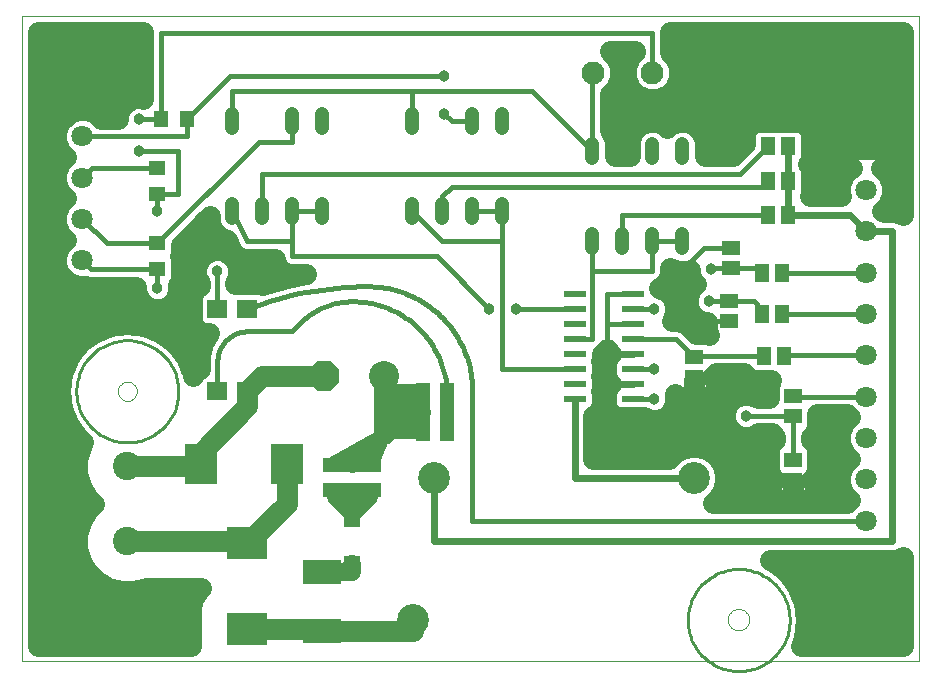
<source format=gtl>
G75*
%MOIN*%
%OFA0B0*%
%FSLAX24Y24*%
%IPPOS*%
%LPD*%
%AMOC8*
5,1,8,0,0,1.08239X$1,22.5*
%
%ADD10C,0.0000*%
%ADD11C,0.0100*%
%ADD12C,0.1063*%
%ADD13R,0.0780X0.0220*%
%ADD14C,0.0472*%
%ADD15R,0.0591X0.0512*%
%ADD16R,0.0512X0.0591*%
%ADD17C,0.0768*%
%ADD18C,0.0709*%
%ADD19R,0.0551X0.0472*%
%ADD20R,0.0472X0.0551*%
%ADD21R,0.1102X0.1378*%
%ADD22R,0.1378X0.1102*%
%ADD23C,0.0945*%
%ADD24R,0.1252X0.0787*%
%ADD25R,0.0551X0.0551*%
%ADD26C,0.1000*%
%ADD27OC8,0.1000*%
%ADD28R,0.1969X0.0512*%
%ADD29R,0.0512X0.1969*%
%ADD30R,0.0701X0.0610*%
%ADD31C,0.1650*%
%ADD32C,0.0700*%
%ADD33C,0.0240*%
%ADD34C,0.0160*%
%ADD35C,0.0380*%
%ADD36C,0.0600*%
%ADD37C,0.0500*%
D10*
X001118Y001180D02*
X001118Y022676D01*
X030988Y022676D01*
X030988Y001180D01*
X001118Y001180D01*
X004303Y010180D02*
X004305Y010215D01*
X004311Y010250D01*
X004321Y010284D01*
X004334Y010317D01*
X004351Y010348D01*
X004372Y010376D01*
X004395Y010403D01*
X004422Y010426D01*
X004450Y010447D01*
X004481Y010464D01*
X004514Y010477D01*
X004548Y010487D01*
X004583Y010493D01*
X004618Y010495D01*
X004653Y010493D01*
X004688Y010487D01*
X004722Y010477D01*
X004755Y010464D01*
X004786Y010447D01*
X004814Y010426D01*
X004841Y010403D01*
X004864Y010376D01*
X004885Y010348D01*
X004902Y010317D01*
X004915Y010284D01*
X004925Y010250D01*
X004931Y010215D01*
X004933Y010180D01*
X004931Y010145D01*
X004925Y010110D01*
X004915Y010076D01*
X004902Y010043D01*
X004885Y010012D01*
X004864Y009984D01*
X004841Y009957D01*
X004814Y009934D01*
X004786Y009913D01*
X004755Y009896D01*
X004722Y009883D01*
X004688Y009873D01*
X004653Y009867D01*
X004618Y009865D01*
X004583Y009867D01*
X004548Y009873D01*
X004514Y009883D01*
X004481Y009896D01*
X004450Y009913D01*
X004422Y009934D01*
X004395Y009957D01*
X004372Y009984D01*
X004351Y010012D01*
X004334Y010043D01*
X004321Y010076D01*
X004311Y010110D01*
X004305Y010145D01*
X004303Y010180D01*
X024634Y002568D02*
X024636Y002605D01*
X024642Y002642D01*
X024651Y002677D01*
X024665Y002712D01*
X024681Y002745D01*
X024702Y002776D01*
X024725Y002805D01*
X024751Y002831D01*
X024780Y002854D01*
X024811Y002875D01*
X024844Y002891D01*
X024879Y002905D01*
X024914Y002914D01*
X024951Y002920D01*
X024988Y002922D01*
X025025Y002920D01*
X025062Y002914D01*
X025097Y002905D01*
X025132Y002891D01*
X025165Y002875D01*
X025196Y002854D01*
X025225Y002831D01*
X025251Y002805D01*
X025274Y002776D01*
X025295Y002745D01*
X025311Y002712D01*
X025325Y002677D01*
X025334Y002642D01*
X025340Y002605D01*
X025342Y002568D01*
X025340Y002531D01*
X025334Y002494D01*
X025325Y002459D01*
X025311Y002424D01*
X025295Y002391D01*
X025274Y002360D01*
X025251Y002331D01*
X025225Y002305D01*
X025196Y002282D01*
X025165Y002261D01*
X025132Y002245D01*
X025097Y002231D01*
X025062Y002222D01*
X025025Y002216D01*
X024988Y002214D01*
X024951Y002216D01*
X024914Y002222D01*
X024879Y002231D01*
X024844Y002245D01*
X024811Y002261D01*
X024780Y002282D01*
X024751Y002305D01*
X024725Y002331D01*
X024702Y002360D01*
X024681Y002391D01*
X024665Y002424D01*
X024651Y002459D01*
X024642Y002494D01*
X024636Y002531D01*
X024634Y002568D01*
D11*
X023293Y002555D02*
X023295Y002637D01*
X023301Y002719D01*
X023311Y002801D01*
X023325Y002882D01*
X023342Y002962D01*
X023364Y003041D01*
X023389Y003119D01*
X023419Y003196D01*
X023451Y003271D01*
X023488Y003345D01*
X023528Y003417D01*
X023571Y003487D01*
X023618Y003554D01*
X023668Y003620D01*
X023721Y003682D01*
X023776Y003742D01*
X023835Y003800D01*
X023897Y003854D01*
X023961Y003906D01*
X024027Y003954D01*
X024096Y003999D01*
X024167Y004041D01*
X024240Y004079D01*
X024314Y004114D01*
X024390Y004145D01*
X024468Y004172D01*
X024546Y004195D01*
X024626Y004215D01*
X024707Y004231D01*
X024788Y004243D01*
X024870Y004251D01*
X024952Y004255D01*
X025034Y004255D01*
X025116Y004251D01*
X025198Y004243D01*
X025279Y004231D01*
X025360Y004215D01*
X025440Y004195D01*
X025518Y004172D01*
X025596Y004145D01*
X025672Y004114D01*
X025746Y004079D01*
X025819Y004041D01*
X025890Y003999D01*
X025959Y003954D01*
X026025Y003906D01*
X026089Y003854D01*
X026151Y003800D01*
X026210Y003742D01*
X026265Y003682D01*
X026318Y003620D01*
X026368Y003554D01*
X026415Y003487D01*
X026458Y003417D01*
X026498Y003345D01*
X026535Y003271D01*
X026567Y003196D01*
X026597Y003119D01*
X026622Y003041D01*
X026644Y002962D01*
X026661Y002882D01*
X026675Y002801D01*
X026685Y002719D01*
X026691Y002637D01*
X026693Y002555D01*
X026691Y002473D01*
X026685Y002391D01*
X026675Y002309D01*
X026661Y002228D01*
X026644Y002148D01*
X026622Y002069D01*
X026597Y001991D01*
X026567Y001914D01*
X026535Y001839D01*
X026498Y001765D01*
X026458Y001693D01*
X026415Y001623D01*
X026368Y001556D01*
X026318Y001490D01*
X026265Y001428D01*
X026210Y001368D01*
X026151Y001310D01*
X026089Y001256D01*
X026025Y001204D01*
X025959Y001156D01*
X025890Y001111D01*
X025819Y001069D01*
X025746Y001031D01*
X025672Y000996D01*
X025596Y000965D01*
X025518Y000938D01*
X025440Y000915D01*
X025360Y000895D01*
X025279Y000879D01*
X025198Y000867D01*
X025116Y000859D01*
X025034Y000855D01*
X024952Y000855D01*
X024870Y000859D01*
X024788Y000867D01*
X024707Y000879D01*
X024626Y000895D01*
X024546Y000915D01*
X024468Y000938D01*
X024390Y000965D01*
X024314Y000996D01*
X024240Y001031D01*
X024167Y001069D01*
X024096Y001111D01*
X024027Y001156D01*
X023961Y001204D01*
X023897Y001256D01*
X023835Y001310D01*
X023776Y001368D01*
X023721Y001428D01*
X023668Y001490D01*
X023618Y001556D01*
X023571Y001623D01*
X023528Y001693D01*
X023488Y001765D01*
X023451Y001839D01*
X023419Y001914D01*
X023389Y001991D01*
X023364Y002069D01*
X023342Y002148D01*
X023325Y002228D01*
X023311Y002309D01*
X023301Y002391D01*
X023295Y002473D01*
X023293Y002555D01*
X002918Y010180D02*
X002920Y010262D01*
X002926Y010344D01*
X002936Y010426D01*
X002950Y010507D01*
X002967Y010587D01*
X002989Y010666D01*
X003014Y010744D01*
X003044Y010821D01*
X003076Y010896D01*
X003113Y010970D01*
X003153Y011042D01*
X003196Y011112D01*
X003243Y011179D01*
X003293Y011245D01*
X003346Y011307D01*
X003401Y011367D01*
X003460Y011425D01*
X003522Y011479D01*
X003586Y011531D01*
X003652Y011579D01*
X003721Y011624D01*
X003792Y011666D01*
X003865Y011704D01*
X003939Y011739D01*
X004015Y011770D01*
X004093Y011797D01*
X004171Y011820D01*
X004251Y011840D01*
X004332Y011856D01*
X004413Y011868D01*
X004495Y011876D01*
X004577Y011880D01*
X004659Y011880D01*
X004741Y011876D01*
X004823Y011868D01*
X004904Y011856D01*
X004985Y011840D01*
X005065Y011820D01*
X005143Y011797D01*
X005221Y011770D01*
X005297Y011739D01*
X005371Y011704D01*
X005444Y011666D01*
X005515Y011624D01*
X005584Y011579D01*
X005650Y011531D01*
X005714Y011479D01*
X005776Y011425D01*
X005835Y011367D01*
X005890Y011307D01*
X005943Y011245D01*
X005993Y011179D01*
X006040Y011112D01*
X006083Y011042D01*
X006123Y010970D01*
X006160Y010896D01*
X006192Y010821D01*
X006222Y010744D01*
X006247Y010666D01*
X006269Y010587D01*
X006286Y010507D01*
X006300Y010426D01*
X006310Y010344D01*
X006316Y010262D01*
X006318Y010180D01*
X006316Y010098D01*
X006310Y010016D01*
X006300Y009934D01*
X006286Y009853D01*
X006269Y009773D01*
X006247Y009694D01*
X006222Y009616D01*
X006192Y009539D01*
X006160Y009464D01*
X006123Y009390D01*
X006083Y009318D01*
X006040Y009248D01*
X005993Y009181D01*
X005943Y009115D01*
X005890Y009053D01*
X005835Y008993D01*
X005776Y008935D01*
X005714Y008881D01*
X005650Y008829D01*
X005584Y008781D01*
X005515Y008736D01*
X005444Y008694D01*
X005371Y008656D01*
X005297Y008621D01*
X005221Y008590D01*
X005143Y008563D01*
X005065Y008540D01*
X004985Y008520D01*
X004904Y008504D01*
X004823Y008492D01*
X004741Y008484D01*
X004659Y008480D01*
X004577Y008480D01*
X004495Y008484D01*
X004413Y008492D01*
X004332Y008504D01*
X004251Y008520D01*
X004171Y008540D01*
X004093Y008563D01*
X004015Y008590D01*
X003939Y008621D01*
X003865Y008656D01*
X003792Y008694D01*
X003721Y008736D01*
X003652Y008781D01*
X003586Y008829D01*
X003522Y008881D01*
X003460Y008935D01*
X003401Y008993D01*
X003346Y009053D01*
X003293Y009115D01*
X003243Y009181D01*
X003196Y009248D01*
X003153Y009318D01*
X003113Y009390D01*
X003076Y009464D01*
X003044Y009539D01*
X003014Y009616D01*
X002989Y009694D01*
X002967Y009773D01*
X002950Y009853D01*
X002936Y009934D01*
X002926Y010016D01*
X002920Y010098D01*
X002918Y010180D01*
D12*
X014122Y002568D03*
X014831Y007292D03*
X023492Y007292D03*
D13*
X021463Y009930D03*
X021463Y010430D03*
X021463Y010930D03*
X021463Y011430D03*
X021463Y011930D03*
X021463Y012430D03*
X021463Y012930D03*
X021463Y013430D03*
X019523Y013430D03*
X019523Y012930D03*
X019523Y012430D03*
X019523Y011930D03*
X019523Y011430D03*
X019523Y010930D03*
X019523Y010430D03*
X019523Y009930D03*
D14*
X020118Y014944D02*
X020118Y015416D01*
X021118Y015416D02*
X021118Y014944D01*
X022118Y014944D02*
X022118Y015416D01*
X023118Y015416D02*
X023118Y014944D01*
X023118Y017944D02*
X023118Y018416D01*
X022118Y018416D02*
X022118Y017944D01*
X020118Y017944D02*
X020118Y018416D01*
X017118Y018944D02*
X017118Y019416D01*
X016118Y019416D02*
X016118Y018944D01*
X014118Y018944D02*
X014118Y019416D01*
X011118Y019416D02*
X011118Y018944D01*
X010118Y018944D02*
X010118Y019416D01*
X008118Y019416D02*
X008118Y018944D01*
X008118Y016416D02*
X008118Y015944D01*
X009118Y015944D02*
X009118Y016416D01*
X010118Y016416D02*
X010118Y015944D01*
X011118Y015944D02*
X011118Y016416D01*
X014118Y016416D02*
X014118Y015944D01*
X015118Y015944D02*
X015118Y016416D01*
X016118Y016416D02*
X016118Y015944D01*
X017118Y015944D02*
X017118Y016416D01*
D15*
X023493Y011327D03*
X023493Y010658D03*
X024680Y012533D03*
X024680Y013202D03*
X024743Y014283D03*
X024743Y014952D03*
X026805Y010015D03*
X026805Y009345D03*
X026805Y007890D03*
X026805Y007220D03*
D16*
X026515Y011368D03*
X025845Y011368D03*
X025783Y012743D03*
X026452Y012743D03*
X026452Y014118D03*
X025783Y014118D03*
X025970Y016055D03*
X026640Y016055D03*
X026640Y017180D03*
X025970Y017180D03*
X025970Y018368D03*
X026640Y018368D03*
D17*
X022118Y020805D03*
X020149Y020805D03*
D18*
X029243Y018269D03*
X029243Y016891D03*
X029243Y015513D03*
X029243Y014135D03*
X029243Y012757D03*
X029243Y011379D03*
X029243Y010001D03*
X029243Y008623D03*
X029243Y007245D03*
X029243Y005868D03*
X003118Y014546D03*
X003118Y015924D03*
X003118Y017302D03*
X003118Y018680D03*
D19*
X005618Y017613D03*
X005618Y016747D03*
X005618Y015113D03*
X005618Y014247D03*
D20*
X005747Y019243D03*
X006613Y019243D03*
D21*
X007055Y007743D03*
X009930Y007743D03*
D22*
X008618Y005117D03*
X008618Y002243D03*
D23*
X004618Y005180D03*
X004618Y007680D03*
D24*
X011118Y004164D03*
X011118Y002196D03*
D25*
X012118Y004432D03*
X012118Y005928D03*
D26*
X013180Y010680D03*
D27*
X011180Y010680D03*
D28*
X012118Y007709D03*
X012118Y006901D03*
D29*
X014464Y009493D03*
X015271Y009493D03*
D30*
X008618Y010177D03*
X007618Y010177D03*
X007618Y012933D03*
X008618Y012933D03*
D31*
X003118Y021430D03*
X003118Y002430D03*
X029118Y003680D03*
X029118Y020180D03*
D32*
X030478Y020040D02*
X022605Y020040D01*
X022624Y020047D02*
X022875Y020299D01*
X023011Y020627D01*
X023011Y020983D01*
X022875Y021311D01*
X022707Y021479D01*
X022707Y022166D01*
X030478Y022166D01*
X030478Y016044D01*
X030474Y016047D01*
X030243Y016143D01*
X029835Y016143D01*
X029776Y016202D01*
X029975Y016402D01*
X030107Y016719D01*
X030107Y017063D01*
X029975Y017381D01*
X029732Y017624D01*
X029726Y017626D01*
X029774Y017663D01*
X029849Y017738D01*
X029913Y017821D01*
X029965Y017913D01*
X030006Y018010D01*
X030033Y018112D01*
X030047Y018216D01*
X030047Y018269D01*
X029243Y018269D01*
X029243Y018269D01*
X030047Y018269D01*
X030047Y018322D01*
X030033Y018426D01*
X030006Y018528D01*
X029965Y018626D01*
X029913Y018717D01*
X029849Y018801D01*
X029774Y018875D01*
X029690Y018939D01*
X029599Y018992D01*
X029502Y019032D01*
X029400Y019060D01*
X029295Y019073D01*
X029243Y019073D01*
X029243Y018269D01*
X029242Y018269D01*
X028438Y018269D01*
X028438Y018216D01*
X028452Y018112D01*
X028479Y018010D01*
X028520Y017913D01*
X028572Y017821D01*
X028636Y017738D01*
X028711Y017663D01*
X028759Y017626D01*
X028753Y017624D01*
X028510Y017381D01*
X028378Y017063D01*
X028378Y016719D01*
X028392Y016685D01*
X027365Y016685D01*
X027406Y016783D01*
X027406Y017577D01*
X027328Y017764D01*
X027318Y017774D01*
X027328Y017783D01*
X027406Y017971D01*
X027406Y018764D01*
X027328Y018952D01*
X027184Y019095D01*
X026997Y019173D01*
X025613Y019173D01*
X025426Y019095D01*
X025282Y018952D01*
X025204Y018764D01*
X025204Y018436D01*
X024788Y018020D01*
X023864Y018020D01*
X023864Y018565D01*
X023750Y018839D01*
X023540Y019049D01*
X023266Y019162D01*
X022969Y019162D01*
X022695Y019049D01*
X022618Y018972D01*
X022540Y019049D01*
X022266Y019162D01*
X021969Y019162D01*
X021695Y019049D01*
X021485Y018839D01*
X021371Y018565D01*
X021371Y018020D01*
X020864Y018020D01*
X020864Y018565D01*
X020750Y018839D01*
X020707Y018882D01*
X020707Y020099D01*
X020907Y020299D01*
X021043Y020627D01*
X021043Y020983D01*
X020907Y021311D01*
X020691Y021528D01*
X021528Y021528D01*
X021528Y021479D01*
X021360Y021311D01*
X021224Y020983D01*
X021224Y020627D01*
X021360Y020299D01*
X021611Y020047D01*
X021940Y019911D01*
X022295Y019911D01*
X022624Y020047D01*
X023011Y020738D02*
X030478Y020738D01*
X030478Y021437D02*
X022750Y021437D01*
X022707Y022135D02*
X030478Y022135D01*
X030478Y019341D02*
X020707Y019341D01*
X020707Y020040D02*
X021630Y020040D01*
X021224Y020738D02*
X021043Y020738D01*
X020782Y021437D02*
X021485Y021437D01*
X021404Y018643D02*
X020831Y018643D01*
X023831Y018643D02*
X025204Y018643D01*
X027406Y018643D02*
X028529Y018643D01*
X028520Y018626D02*
X028479Y018528D01*
X028452Y018426D01*
X028438Y018322D01*
X028438Y018269D01*
X029242Y018269D01*
X029242Y018269D01*
X029242Y019073D01*
X029190Y019073D01*
X029085Y019060D01*
X028983Y019032D01*
X028886Y018992D01*
X028795Y018939D01*
X028711Y018875D01*
X028636Y018801D01*
X028572Y018717D01*
X028520Y018626D01*
X029242Y018643D02*
X029243Y018643D01*
X029956Y018643D02*
X030478Y018643D01*
X030478Y017944D02*
X029978Y017944D01*
X030031Y017246D02*
X030478Y017246D01*
X030478Y016547D02*
X030036Y016547D01*
X028454Y017246D02*
X027406Y017246D01*
X027394Y017944D02*
X028507Y017944D01*
X023355Y014234D02*
X023355Y014103D01*
X023462Y013846D01*
X023565Y013743D01*
X023399Y013577D01*
X023293Y013319D01*
X023293Y013041D01*
X023399Y012783D01*
X023596Y012587D01*
X023853Y012480D01*
X023935Y012480D01*
X023935Y012242D01*
X023946Y012172D01*
X023968Y012104D01*
X023996Y012049D01*
X023889Y012093D01*
X023561Y012093D01*
X023390Y012264D01*
X023224Y012430D01*
X023007Y012520D01*
X022760Y012520D01*
X022773Y012533D01*
X022880Y012791D01*
X022880Y013069D01*
X022773Y013327D01*
X022577Y013523D01*
X022325Y013627D01*
X022452Y013680D01*
X022618Y013846D01*
X022707Y014063D01*
X022707Y014306D01*
X022969Y014198D01*
X023266Y014198D01*
X023355Y014234D01*
X023555Y013753D02*
X022525Y013753D01*
X022880Y013055D02*
X023293Y013055D01*
X023298Y012356D02*
X023935Y012356D01*
X024238Y010778D02*
X025163Y010778D01*
X025301Y010640D01*
X025488Y010562D01*
X026080Y010562D01*
X026077Y010559D01*
X026000Y010372D01*
X026000Y009957D01*
X025642Y009957D01*
X025639Y009961D01*
X025382Y010067D01*
X025103Y010067D01*
X024846Y009961D01*
X024649Y009764D01*
X024543Y009507D01*
X024543Y009228D01*
X024649Y008971D01*
X024846Y008774D01*
X025103Y008668D01*
X025382Y008668D01*
X025639Y008774D01*
X025642Y008778D01*
X026100Y008778D01*
X026215Y008663D01*
X026215Y008572D01*
X026077Y008434D01*
X026000Y008247D01*
X026000Y007532D01*
X026060Y007387D01*
X026060Y007220D01*
X026060Y006929D01*
X026071Y006859D01*
X026093Y006792D01*
X026125Y006729D01*
X026166Y006671D01*
X026217Y006621D01*
X026274Y006580D01*
X026337Y006547D01*
X026404Y006526D01*
X026474Y006514D01*
X026805Y006514D01*
X027136Y006514D01*
X027206Y006526D01*
X027273Y006547D01*
X027336Y006580D01*
X027393Y006621D01*
X027444Y006671D01*
X027485Y006729D01*
X027517Y006792D01*
X027539Y006859D01*
X027550Y006929D01*
X027550Y007220D01*
X027408Y007220D01*
X027408Y007220D01*
X027550Y007220D01*
X027550Y007387D01*
X027610Y007532D01*
X027610Y008247D01*
X027533Y008434D01*
X027395Y008572D01*
X027395Y008663D01*
X027533Y008801D01*
X027610Y008988D01*
X027610Y009411D01*
X028610Y009411D01*
X028709Y009312D01*
X028510Y009113D01*
X028378Y008795D01*
X028378Y008451D01*
X028510Y008134D01*
X028709Y007934D01*
X028510Y007735D01*
X028378Y007417D01*
X028378Y007074D01*
X028510Y006756D01*
X028709Y006556D01*
X028610Y006457D01*
X024129Y006457D01*
X024132Y006459D01*
X024325Y006653D01*
X024463Y006890D01*
X024534Y007155D01*
X024534Y007429D01*
X024463Y007694D01*
X024325Y007932D01*
X024132Y008126D01*
X023894Y008263D01*
X023629Y008334D01*
X023355Y008334D01*
X023090Y008263D01*
X022853Y008126D01*
X022659Y007932D01*
X022653Y007922D01*
X020152Y007922D01*
X020152Y009367D01*
X020201Y009388D01*
X020345Y009531D01*
X020422Y009719D01*
X020422Y010141D01*
X020407Y010180D01*
X020422Y010219D01*
X020422Y010641D01*
X020407Y010680D01*
X020422Y010719D01*
X020422Y011141D01*
X020407Y011180D01*
X020422Y011219D01*
X020422Y011418D01*
X020452Y011430D01*
X020615Y011593D01*
X020623Y011574D01*
X020622Y011430D01*
X020741Y011430D01*
X020623Y011430D01*
X020623Y011286D01*
X020563Y011141D01*
X020563Y010719D01*
X020623Y010574D01*
X020622Y010430D01*
X020741Y010430D01*
X020623Y010430D01*
X020623Y010286D01*
X020563Y010141D01*
X020563Y009719D01*
X020640Y009531D01*
X020784Y009388D01*
X020971Y009310D01*
X021848Y009310D01*
X022041Y009230D01*
X022319Y009230D01*
X022577Y009337D01*
X022773Y009533D01*
X022880Y009791D01*
X022880Y010069D01*
X022870Y010092D01*
X022904Y010059D01*
X022961Y010017D01*
X023024Y009985D01*
X023092Y009963D01*
X023162Y009952D01*
X023492Y009952D01*
X023492Y010561D01*
X023493Y010561D01*
X023493Y009952D01*
X023823Y009952D01*
X023893Y009963D01*
X023961Y009985D01*
X024024Y010017D01*
X024081Y010059D01*
X024131Y010109D01*
X024173Y010166D01*
X024205Y010229D01*
X024227Y010297D01*
X024238Y010367D01*
X024238Y010658D01*
X024238Y010778D01*
X024238Y010658D02*
X024096Y010658D01*
X024096Y010658D01*
X024238Y010658D01*
X024215Y010261D02*
X026000Y010261D01*
X024565Y009562D02*
X022785Y009562D01*
X023492Y010261D02*
X023493Y010261D01*
X024757Y008864D02*
X020152Y008864D01*
X020152Y008165D02*
X022921Y008165D01*
X024063Y008165D02*
X026000Y008165D01*
X026027Y007467D02*
X024524Y007467D01*
X024392Y006768D02*
X026105Y006768D01*
X026060Y007220D02*
X026202Y007220D01*
X026202Y007220D01*
X026060Y007220D01*
X026805Y007124D02*
X026805Y007124D01*
X026805Y006514D01*
X026805Y007124D01*
X026805Y006768D02*
X026805Y006768D01*
X027505Y006768D02*
X028505Y006768D01*
X028399Y007467D02*
X027583Y007467D01*
X027610Y008165D02*
X028497Y008165D01*
X028406Y008864D02*
X027559Y008864D01*
X026031Y004550D02*
X030243Y004550D01*
X030474Y004646D01*
X030478Y004649D01*
X030478Y001690D01*
X027059Y001690D01*
X027175Y001970D01*
X027252Y002555D01*
X027175Y003140D01*
X026950Y003685D01*
X026591Y004153D01*
X026591Y004153D01*
X026591Y004153D01*
X026123Y004512D01*
X026122Y004512D01*
X026031Y004550D01*
X026728Y003974D02*
X030478Y003974D01*
X030478Y003276D02*
X027119Y003276D01*
X027175Y003140D02*
X027175Y003140D01*
X026950Y003685D02*
X026950Y003685D01*
X027250Y002577D02*
X030478Y002577D01*
X030478Y001879D02*
X027138Y001879D01*
X027175Y001970D02*
X027175Y001970D01*
X020627Y009562D02*
X020358Y009562D01*
X020422Y010261D02*
X020612Y010261D01*
X020741Y010430D02*
X020741Y010430D01*
X020741Y010430D01*
X020563Y010959D02*
X020422Y010959D01*
X020741Y011430D02*
X020741Y011430D01*
X020741Y011430D01*
X013180Y010680D02*
X013180Y009680D01*
X013180Y008771D01*
X011180Y010680D02*
X009120Y010680D01*
X008618Y010177D01*
X008618Y009680D01*
X007055Y008118D01*
X007055Y007743D01*
X006993Y007680D01*
X004618Y007680D01*
X003502Y006430D02*
X003279Y006653D01*
X003059Y007034D01*
X002945Y007460D01*
X002945Y007900D01*
X003059Y008326D01*
X003149Y008482D01*
X003019Y008582D01*
X003019Y008582D01*
X002660Y009050D01*
X002660Y009050D01*
X002435Y009595D01*
X002358Y010180D01*
X002435Y010765D01*
X002435Y010765D01*
X002660Y011310D01*
X002660Y011310D01*
X003019Y011778D01*
X003019Y011778D01*
X003488Y012137D01*
X003488Y012137D01*
X004033Y012363D01*
X004033Y012363D01*
X004617Y012440D01*
X004618Y012440D01*
X005202Y012363D01*
X005202Y012363D01*
X005747Y012137D01*
X005748Y012137D01*
X006216Y011778D01*
X006216Y011778D01*
X006216Y011778D01*
X006575Y011310D01*
X006575Y011310D01*
X006800Y010765D01*
X006800Y010765D01*
X006808Y010707D01*
X006835Y010771D01*
X006978Y010915D01*
X007028Y010935D01*
X007028Y011389D01*
X007136Y011794D01*
X007136Y011794D01*
X007323Y012118D01*
X007166Y012118D01*
X006978Y012195D01*
X006835Y012339D01*
X006757Y012526D01*
X006757Y013340D01*
X006835Y013527D01*
X006978Y013670D01*
X007028Y013691D01*
X007028Y013780D01*
X007024Y013783D01*
X006918Y014041D01*
X006918Y014319D01*
X007024Y014577D01*
X007221Y014773D01*
X007478Y014880D01*
X007757Y014880D01*
X008014Y014773D01*
X008211Y014577D01*
X008317Y014319D01*
X008317Y014041D01*
X008211Y013783D01*
X008207Y013780D01*
X008207Y013748D01*
X009069Y013748D01*
X009104Y013734D01*
X009945Y013973D01*
X009945Y013973D01*
X010573Y014090D01*
X010000Y014090D01*
X009783Y014180D01*
X009617Y014346D01*
X009528Y014563D01*
X009528Y014590D01*
X008638Y014590D01*
X008542Y014583D01*
X008522Y014590D01*
X008500Y014590D01*
X008411Y014627D01*
X008320Y014657D01*
X008303Y014672D01*
X008283Y014680D01*
X008215Y014748D01*
X008142Y014811D01*
X008133Y014831D01*
X008117Y014846D01*
X008080Y014935D01*
X007944Y015208D01*
X007695Y015311D01*
X007485Y015521D01*
X007371Y015795D01*
X007371Y016032D01*
X006403Y015064D01*
X006403Y014775D01*
X006364Y014680D01*
X006403Y014585D01*
X006403Y013909D01*
X006325Y013722D01*
X006317Y013714D01*
X006317Y013478D01*
X006211Y013221D01*
X006014Y013024D01*
X005757Y012918D01*
X005478Y012918D01*
X005221Y013024D01*
X005024Y013221D01*
X004918Y013478D01*
X004918Y013657D01*
X003299Y013657D01*
X003239Y013682D01*
X002946Y013682D01*
X002628Y013813D01*
X002385Y014057D01*
X002253Y014374D01*
X002253Y014718D01*
X002385Y015036D01*
X002584Y015235D01*
X002385Y015434D01*
X002253Y015752D01*
X002253Y016096D01*
X002385Y016414D01*
X002584Y016613D01*
X002385Y016812D01*
X002253Y017130D01*
X002253Y017474D01*
X002385Y017792D01*
X002584Y017991D01*
X002385Y018190D01*
X002253Y018508D01*
X002253Y018852D01*
X002385Y019170D01*
X002628Y019413D01*
X002946Y019544D01*
X003289Y019544D01*
X003607Y019413D01*
X003750Y019270D01*
X004293Y019270D01*
X004293Y019382D01*
X004399Y019639D01*
X004596Y019836D01*
X004853Y019942D01*
X005132Y019942D01*
X005153Y019934D01*
X005153Y022166D01*
X001627Y022166D01*
X001627Y001690D01*
X006729Y001690D01*
X006729Y002952D01*
X006810Y003257D01*
X006968Y003531D01*
X007067Y003630D01*
X005278Y003630D01*
X005263Y003622D01*
X004838Y003508D01*
X004397Y003508D01*
X003972Y003622D01*
X003591Y003842D01*
X003279Y004153D01*
X003059Y004534D01*
X002945Y004960D01*
X002945Y005400D01*
X003059Y005826D01*
X003279Y006207D01*
X003502Y006430D01*
X003213Y006768D02*
X001627Y006768D01*
X001627Y006070D02*
X003200Y006070D01*
X002945Y005371D02*
X001627Y005371D01*
X001627Y004673D02*
X003022Y004673D01*
X003458Y003974D02*
X001627Y003974D01*
X001627Y003276D02*
X006821Y003276D01*
X006729Y002577D02*
X001627Y002577D01*
X001627Y001879D02*
X006729Y001879D01*
X008618Y002243D02*
X011118Y002243D01*
X011118Y002196D01*
X014122Y002196D01*
X014122Y002568D01*
X012118Y006180D02*
X012618Y006680D01*
X012118Y006680D01*
X012118Y006180D01*
X011618Y006680D01*
X012118Y006680D01*
X009930Y006429D02*
X008618Y005117D01*
X008618Y005180D01*
X004618Y005180D01*
X002945Y007467D02*
X001627Y007467D01*
X001627Y008165D02*
X003016Y008165D01*
X002803Y008864D02*
X001627Y008864D01*
X001627Y009562D02*
X002448Y009562D01*
X002368Y010261D02*
X001627Y010261D01*
X001627Y010959D02*
X002515Y010959D01*
X002927Y011658D02*
X001627Y011658D01*
X001627Y012356D02*
X004016Y012356D01*
X005219Y012356D02*
X006828Y012356D01*
X006757Y013055D02*
X006044Y013055D01*
X005191Y013055D02*
X001627Y013055D01*
X001627Y013753D02*
X002774Y013753D01*
X002253Y014452D02*
X001627Y014452D01*
X001627Y015150D02*
X002499Y015150D01*
X002253Y015849D02*
X001627Y015849D01*
X001627Y016547D02*
X002518Y016547D01*
X002253Y017246D02*
X001627Y017246D01*
X001627Y017944D02*
X002537Y017944D01*
X002253Y018643D02*
X001627Y018643D01*
X001627Y019341D02*
X002556Y019341D01*
X001627Y020040D02*
X005153Y020040D01*
X005153Y020738D02*
X001627Y020738D01*
X001627Y021437D02*
X005153Y021437D01*
X005153Y022135D02*
X001627Y022135D01*
X003679Y019341D02*
X004293Y019341D01*
X007187Y015849D02*
X007371Y015849D01*
X007973Y015150D02*
X006489Y015150D01*
X006403Y014452D02*
X006972Y014452D01*
X007028Y013753D02*
X006338Y013753D01*
X008207Y013753D02*
X009172Y013753D01*
X009574Y014452D02*
X008263Y014452D01*
X007099Y011658D02*
X006308Y011658D01*
X006720Y010959D02*
X007028Y010959D01*
X009930Y007743D02*
X009930Y006429D01*
D33*
X014831Y007292D02*
X014831Y005180D01*
X030118Y005180D01*
X030118Y015513D01*
X029243Y015513D01*
X028701Y016055D01*
X026640Y016055D01*
X026640Y017180D01*
X026640Y018368D01*
X021463Y011430D02*
X020618Y011430D01*
X020618Y010430D01*
X021463Y010430D01*
X019523Y009930D02*
X019523Y007292D01*
X023492Y007292D01*
D34*
X023368Y008783D02*
X026805Y007220D01*
X026805Y007890D02*
X026805Y009345D01*
X026783Y009368D01*
X025243Y009368D01*
X026805Y010015D02*
X026818Y010001D01*
X029243Y010001D01*
X029243Y011379D02*
X026526Y011379D01*
X026515Y011368D01*
X025845Y011368D02*
X023533Y011368D01*
X023493Y011327D01*
X022890Y011930D01*
X021463Y011930D01*
X021463Y012430D02*
X020618Y012430D01*
X020618Y013430D01*
X021463Y013430D01*
X021463Y012930D02*
X022180Y012930D01*
X020618Y012430D02*
X020618Y011430D01*
X020118Y011930D02*
X019523Y011930D01*
X020118Y011930D02*
X020118Y014180D01*
X022118Y014180D01*
X022118Y015180D01*
X023118Y015180D01*
X023827Y014952D02*
X022993Y014118D01*
X024055Y014243D02*
X024055Y014283D01*
X024743Y014283D01*
X025618Y014283D01*
X025783Y014118D01*
X026452Y014118D02*
X026470Y014135D01*
X029243Y014135D01*
X029243Y012757D02*
X026467Y012757D01*
X026452Y012743D01*
X025783Y012743D02*
X025618Y013077D01*
X025493Y013202D01*
X024680Y013202D01*
X023993Y013202D01*
X023993Y013180D01*
X023658Y012533D02*
X023618Y012493D01*
X023658Y012533D02*
X024680Y012533D01*
X022180Y010930D02*
X021463Y010930D01*
X021463Y009930D02*
X022180Y009930D01*
X019523Y010930D02*
X017118Y010930D01*
X017118Y015180D01*
X015118Y015180D01*
X014118Y016180D01*
X015118Y016180D02*
X015118Y016680D01*
X015430Y016993D01*
X025970Y016993D01*
X025970Y017180D01*
X025033Y017430D02*
X009118Y017430D01*
X009118Y016180D01*
X010118Y016180D02*
X011118Y016180D01*
X010118Y016180D02*
X010118Y015180D01*
X008618Y015180D01*
X008118Y016180D01*
X006305Y016747D02*
X006305Y018180D01*
X004993Y018180D01*
X005618Y017613D02*
X003429Y017613D01*
X003118Y017302D01*
X003118Y015924D02*
X003929Y015113D01*
X005618Y015113D01*
X008997Y018493D01*
X010118Y018493D01*
X010118Y019180D01*
X008118Y019180D02*
X008118Y020180D01*
X014118Y020180D01*
X014118Y019180D01*
X014118Y020180D02*
X018118Y020180D01*
X020118Y018180D01*
X020118Y020774D01*
X020149Y020805D01*
X022118Y020805D02*
X022118Y022118D01*
X005743Y022118D01*
X005743Y019243D01*
X005747Y019243D01*
X004993Y019243D01*
X006613Y019243D02*
X006613Y018680D01*
X003118Y018680D01*
X005618Y016747D02*
X006305Y016747D01*
X005618Y016747D02*
X005618Y016180D01*
X005618Y014247D02*
X003417Y014247D01*
X003118Y014546D01*
X005618Y014247D02*
X005618Y013618D01*
X007618Y014180D02*
X007618Y012933D01*
X008618Y012180D02*
X010118Y012180D01*
X008618Y012180D02*
X008558Y012178D01*
X008497Y012173D01*
X008438Y012164D01*
X008379Y012151D01*
X008320Y012135D01*
X008263Y012115D01*
X008208Y012092D01*
X008153Y012065D01*
X008101Y012036D01*
X008050Y012003D01*
X008001Y011967D01*
X007955Y011929D01*
X007911Y011887D01*
X007869Y011843D01*
X007831Y011797D01*
X007795Y011748D01*
X007762Y011697D01*
X007733Y011645D01*
X007706Y011590D01*
X007683Y011535D01*
X007663Y011478D01*
X007647Y011419D01*
X007634Y011360D01*
X007625Y011301D01*
X007620Y011240D01*
X007618Y011180D01*
X007618Y010177D01*
X012118Y013180D02*
X012228Y013178D01*
X012338Y013172D01*
X012448Y013163D01*
X012557Y013149D01*
X012666Y013132D01*
X012774Y013111D01*
X012881Y013086D01*
X012987Y013058D01*
X013093Y013026D01*
X013197Y012990D01*
X013300Y012950D01*
X013401Y012907D01*
X013501Y012861D01*
X013599Y012811D01*
X013695Y012757D01*
X013789Y012701D01*
X013882Y012641D01*
X013972Y012578D01*
X014060Y012511D01*
X014145Y012442D01*
X014228Y012370D01*
X014309Y012295D01*
X014387Y012217D01*
X014462Y012136D01*
X014534Y012053D01*
X014603Y011968D01*
X014670Y011880D01*
X014733Y011790D01*
X014793Y011697D01*
X014849Y011603D01*
X014903Y011507D01*
X014953Y011409D01*
X014999Y011309D01*
X015042Y011208D01*
X015082Y011105D01*
X015118Y011001D01*
X015150Y010895D01*
X015178Y010789D01*
X015203Y010682D01*
X015224Y010574D01*
X015241Y010465D01*
X015255Y010356D01*
X015264Y010246D01*
X015270Y010136D01*
X015272Y010026D01*
X015271Y010026D02*
X015271Y009493D01*
X016118Y010180D02*
X016118Y005868D01*
X029243Y005868D01*
X019523Y012930D02*
X017555Y012930D01*
X016680Y012930D02*
X014930Y014680D01*
X010118Y014680D01*
X010118Y015180D01*
X006613Y019243D02*
X008051Y020680D01*
X015180Y020680D01*
X015180Y019430D02*
X015430Y019180D01*
X016118Y019180D01*
X016118Y016180D02*
X017118Y016180D01*
X017118Y015180D01*
X020118Y015180D02*
X020118Y014180D01*
X021118Y015180D02*
X021118Y016055D01*
X025970Y016055D01*
X024743Y014952D02*
X023827Y014952D01*
X025033Y017430D02*
X025970Y018368D01*
X016118Y010180D02*
X016116Y010297D01*
X016110Y010414D01*
X016100Y010530D01*
X016087Y010647D01*
X016069Y010762D01*
X016048Y010877D01*
X016023Y010991D01*
X015994Y011105D01*
X015961Y011217D01*
X015924Y011328D01*
X015884Y011438D01*
X015840Y011546D01*
X015793Y011653D01*
X015742Y011759D01*
X015687Y011862D01*
X015629Y011964D01*
X015568Y012063D01*
X015504Y012161D01*
X015436Y012256D01*
X015365Y012349D01*
X015291Y012440D01*
X015214Y012528D01*
X015134Y012613D01*
X015051Y012696D01*
X014966Y012776D01*
X014878Y012853D01*
X014787Y012927D01*
X014694Y012998D01*
X014599Y013066D01*
X014501Y013130D01*
X014402Y013191D01*
X014300Y013249D01*
X014197Y013304D01*
X014091Y013355D01*
X013984Y013402D01*
X013876Y013446D01*
X013766Y013486D01*
X013655Y013523D01*
X013543Y013556D01*
X013429Y013585D01*
X013315Y013610D01*
X013200Y013631D01*
X013085Y013649D01*
X012968Y013662D01*
X012852Y013672D01*
X012735Y013678D01*
X012618Y013680D01*
X012118Y013180D02*
X012021Y013178D01*
X011925Y013173D01*
X011829Y013163D01*
X011733Y013150D01*
X011638Y013133D01*
X011544Y013113D01*
X011450Y013089D01*
X011358Y013062D01*
X011266Y013030D01*
X011176Y012996D01*
X011087Y012958D01*
X011000Y012916D01*
X010914Y012871D01*
X010831Y012823D01*
X010749Y012772D01*
X010669Y012717D01*
X010591Y012660D01*
X010516Y012599D01*
X010443Y012536D01*
X010373Y012470D01*
X010305Y012401D01*
X010240Y012330D01*
X010177Y012256D01*
X010118Y012180D01*
X008618Y012933D02*
X008858Y013023D01*
X009099Y013107D01*
X009343Y013185D01*
X009588Y013258D01*
X009835Y013325D01*
X010083Y013386D01*
X010333Y013442D01*
X010583Y013492D01*
X010835Y013536D01*
X011088Y013574D01*
X011342Y013606D01*
X011596Y013633D01*
X011851Y013653D01*
X012107Y013668D01*
X012362Y013677D01*
X012618Y013680D01*
D35*
X016680Y012930D03*
X017555Y012930D03*
X020493Y010868D03*
X022180Y010930D03*
X022180Y009930D03*
X025243Y009368D03*
X023118Y012743D03*
X022180Y012930D03*
X023993Y013180D03*
X024055Y014243D03*
X015180Y019430D03*
X015180Y020680D03*
X007618Y014180D03*
X005618Y013618D03*
X005618Y016180D03*
X004993Y018180D03*
X004993Y019243D03*
X005118Y021368D03*
D36*
X012118Y004432D02*
X012118Y004164D01*
X011118Y004164D01*
D37*
X012118Y005928D02*
X012118Y006180D01*
X012118Y006901D01*
X012118Y007709D02*
X013180Y008771D01*
X013118Y008680D02*
X012743Y007805D01*
X013118Y008680D02*
X011430Y007743D01*
X013493Y008868D02*
X014368Y008868D01*
X014305Y009118D02*
X013618Y009118D01*
X013368Y009493D02*
X013180Y009680D01*
X013368Y009493D02*
X014464Y009493D01*
X014118Y009680D02*
X013618Y009680D01*
X013430Y009993D02*
X014305Y009993D01*
X014180Y010180D02*
X013493Y010180D01*
M02*

</source>
